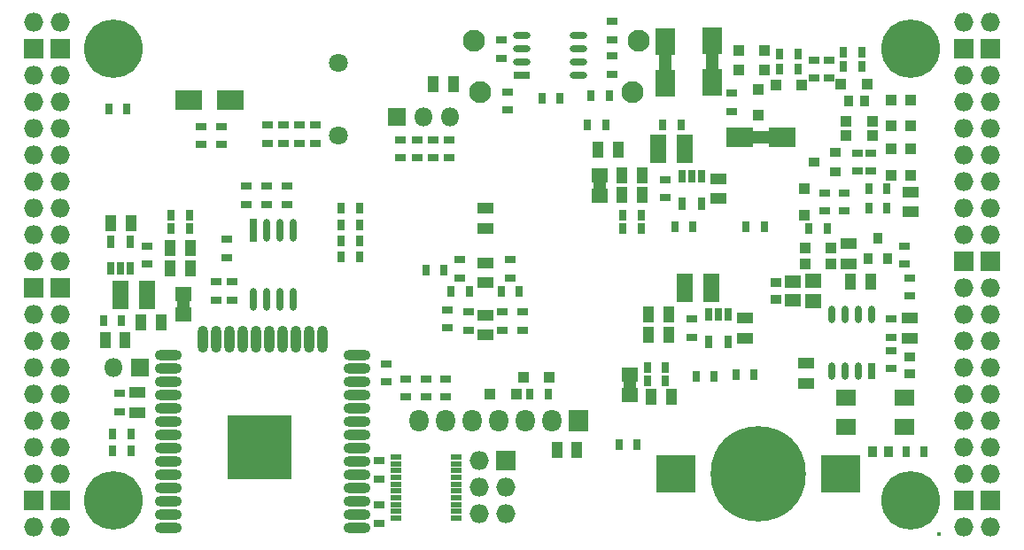
<source format=gbs>
G04 #@! TF.GenerationSoftware,KiCad,Pcbnew,5.0.0-rc3+dfsg1-2*
G04 #@! TF.CreationDate,2018-07-18T14:57:21+02:00*
G04 #@! TF.ProjectId,ulx3s,756C7833732E6B696361645F70636200,rev?*
G04 #@! TF.SameCoordinates,Original*
G04 #@! TF.FileFunction,Soldermask,Bot*
G04 #@! TF.FilePolarity,Negative*
%FSLAX46Y46*%
G04 Gerber Fmt 4.6, Leading zero omitted, Abs format (unit mm)*
G04 Created by KiCad (PCBNEW 5.0.0-rc3+dfsg1-2) date Wed Jul 18 14:57:21 2018*
%MOMM*%
%LPD*%
G01*
G04 APERTURE LIST*
%ADD10C,1.200000*%
%ADD11C,2.100000*%
%ADD12O,2.600000X1.000000*%
%ADD13O,1.000000X2.600000*%
%ADD14R,6.100000X6.100000*%
%ADD15R,0.770000X1.100000*%
%ADD16R,1.500000X1.395000*%
%ADD17R,2.600000X1.900000*%
%ADD18R,1.900000X2.600000*%
%ADD19R,3.800000X3.600000*%
%ADD20C,9.100000*%
%ADD21R,1.650000X0.700000*%
%ADD22O,1.650000X0.700000*%
%ADD23R,0.700000X2.200000*%
%ADD24O,0.700000X2.200000*%
%ADD25R,0.700000X1.650000*%
%ADD26O,0.700000X1.650000*%
%ADD27R,1.100000X0.500000*%
%ADD28R,0.800000X1.300000*%
%ADD29O,1.827200X1.827200*%
%ADD30R,1.827200X1.827200*%
%ADD31C,5.600000*%
%ADD32R,1.827200X2.132000*%
%ADD33O,1.827200X2.132000*%
%ADD34C,1.800000*%
%ADD35R,1.900000X1.500000*%
%ADD36R,1.070000X1.600000*%
%ADD37R,1.600000X1.070000*%
%ADD38R,1.100000X0.770000*%
%ADD39R,1.100000X1.100000*%
%ADD40C,0.400000*%
%ADD41R,1.800000X1.800000*%
%ADD42O,1.800000X1.800000*%
%ADD43R,1.600000X2.800000*%
%ADD44R,0.900000X1.000000*%
%ADD45R,1.000000X0.900000*%
%ADD46R,0.920000X1.100000*%
%ADD47R,1.100000X0.920000*%
%ADD48R,1.500000X1.220000*%
G04 APERTURE END LIST*
D10*
G04 #@! TO.C,RP3*
X149472000Y-77311000D02*
X149472000Y-79311000D01*
G04 #@! TO.C,RP2*
X109609000Y-88632000D02*
X109609000Y-90632000D01*
G04 #@! TO.C,RP1*
X152281000Y-96361000D02*
X152281000Y-98361000D01*
G04 #@! TO.C,RD9*
X166854000Y-73630000D02*
X162854000Y-73630000D01*
G04 #@! TO.C,RD52*
X160155000Y-64391000D02*
X160155000Y-68391000D01*
G04 #@! TO.C,RD51*
X155710000Y-68518000D02*
X155710000Y-64518000D01*
G04 #@! TD*
D11*
G04 #@! TO.C,GPDI1*
X152546000Y-69312000D03*
X138046000Y-69312000D03*
X153146000Y-64412000D03*
X137446000Y-64412000D03*
G04 #@! TD*
D12*
G04 #@! TO.C,U9*
X126230000Y-111000000D03*
X126230000Y-109730000D03*
X126230000Y-108460000D03*
X126230000Y-107190000D03*
X126230000Y-105920000D03*
X126230000Y-104650000D03*
X126230000Y-103380000D03*
X126230000Y-102110000D03*
X126230000Y-100840000D03*
X126230000Y-99570000D03*
X126230000Y-98300000D03*
X126230000Y-97030000D03*
X126230000Y-95760000D03*
X126230000Y-94490000D03*
D13*
X122945000Y-93000000D03*
X121675000Y-93000000D03*
X120405000Y-93000000D03*
X119135000Y-93000000D03*
X117865000Y-93000000D03*
X116595000Y-93000000D03*
X115325000Y-93000000D03*
X114055000Y-93000000D03*
X112785000Y-93000000D03*
X111515000Y-93000000D03*
D12*
X108230000Y-94490000D03*
X108230000Y-95760000D03*
X108230000Y-97030000D03*
X108230000Y-98300000D03*
X108230000Y-99570000D03*
X108230000Y-100840000D03*
X108230000Y-102110000D03*
X108230000Y-103380000D03*
X108230000Y-104650000D03*
X108230000Y-105920000D03*
X108230000Y-107190000D03*
X108230000Y-108460000D03*
X108230000Y-109730000D03*
X108230000Y-111000000D03*
D14*
X116930000Y-103300000D03*
G04 #@! TD*
D15*
G04 #@! TO.C,C49*
X103738000Y-91156000D03*
X101988000Y-91156000D03*
G04 #@! TD*
D16*
G04 #@! TO.C,RP3*
X149472000Y-79278500D03*
X149472000Y-77343500D03*
G04 #@! TD*
G04 #@! TO.C,RP2*
X109609000Y-90599500D03*
X109609000Y-88664500D03*
G04 #@! TD*
G04 #@! TO.C,RP1*
X152281000Y-98328500D03*
X152281000Y-96393500D03*
G04 #@! TD*
D17*
G04 #@! TO.C,RD9*
X162854000Y-73630000D03*
X166854000Y-73630000D03*
G04 #@! TD*
D18*
G04 #@! TO.C,RD52*
X160155000Y-68391000D03*
X160155000Y-64391000D03*
G04 #@! TD*
G04 #@! TO.C,RD51*
X155710000Y-64518000D03*
X155710000Y-68518000D03*
G04 #@! TD*
D19*
G04 #@! TO.C,BAT1*
X172485000Y-105870000D03*
X156685000Y-105870000D03*
D20*
X164585000Y-105870000D03*
G04 #@! TD*
D21*
G04 #@! TO.C,U11*
X141980000Y-67706500D03*
D22*
X141980000Y-66436500D03*
X141980000Y-65166500D03*
X141980000Y-63896500D03*
X147380000Y-63896500D03*
X147380000Y-65166500D03*
X147380000Y-66436500D03*
X147380000Y-67706500D03*
G04 #@! TD*
D23*
G04 #@! TO.C,U10*
X116340000Y-82520000D03*
D24*
X117610000Y-82520000D03*
X118880000Y-82520000D03*
X120150000Y-82520000D03*
X120150000Y-89124000D03*
X118880000Y-89124000D03*
X117610000Y-89124000D03*
X116340000Y-89124000D03*
G04 #@! TD*
D25*
G04 #@! TO.C,U7*
X175395000Y-96015000D03*
D26*
X174125000Y-96015000D03*
X172855000Y-96015000D03*
X171585000Y-96015000D03*
X171585000Y-90615000D03*
X172855000Y-90615000D03*
X174125000Y-90615000D03*
X175395000Y-90615000D03*
G04 #@! TD*
D27*
G04 #@! TO.C,U6*
X129935000Y-104215000D03*
X129935000Y-104865000D03*
X129935000Y-105515000D03*
X129935000Y-106165000D03*
X129935000Y-106815000D03*
X129935000Y-107465000D03*
X129935000Y-108115000D03*
X129935000Y-108765000D03*
X129935000Y-109415000D03*
X129935000Y-110065000D03*
X135735000Y-110065000D03*
X135735000Y-109415000D03*
X135735000Y-108765000D03*
X135735000Y-108115000D03*
X135735000Y-107465000D03*
X135735000Y-106815000D03*
X135735000Y-106165000D03*
X135735000Y-105515000D03*
X135735000Y-104865000D03*
X135735000Y-104215000D03*
G04 #@! TD*
D28*
G04 #@! TO.C,U5*
X157285000Y-77392000D03*
X158235000Y-77392000D03*
X159185000Y-77392000D03*
X159185000Y-79992000D03*
X157285000Y-79992000D03*
G04 #@! TD*
G04 #@! TO.C,U3*
X159825000Y-90600000D03*
X160775000Y-90600000D03*
X161725000Y-90600000D03*
X161725000Y-93200000D03*
X159825000Y-93200000D03*
G04 #@! TD*
G04 #@! TO.C,U4*
X104575000Y-86215000D03*
X103625000Y-86215000D03*
X102675000Y-86215000D03*
X102675000Y-83615000D03*
X104575000Y-83615000D03*
G04 #@! TD*
D29*
G04 #@! TO.C,J1*
X97910000Y-62690000D03*
X95370000Y-62690000D03*
D30*
X97910000Y-65230000D03*
X95370000Y-65230000D03*
D29*
X97910000Y-67770000D03*
X95370000Y-67770000D03*
X97910000Y-70310000D03*
X95370000Y-70310000D03*
X97910000Y-72850000D03*
X95370000Y-72850000D03*
X97910000Y-75390000D03*
X95370000Y-75390000D03*
X97910000Y-77930000D03*
X95370000Y-77930000D03*
X97910000Y-80470000D03*
X95370000Y-80470000D03*
X97910000Y-83010000D03*
X95370000Y-83010000D03*
X97910000Y-85550000D03*
X95370000Y-85550000D03*
D30*
X97910000Y-88090000D03*
X95370000Y-88090000D03*
D29*
X97910000Y-90630000D03*
X95370000Y-90630000D03*
X97910000Y-93170000D03*
X95370000Y-93170000D03*
X97910000Y-95710000D03*
X95370000Y-95710000D03*
X97910000Y-98250000D03*
X95370000Y-98250000D03*
X97910000Y-100790000D03*
X95370000Y-100790000D03*
X97910000Y-103330000D03*
X95370000Y-103330000D03*
X97910000Y-105870000D03*
X95370000Y-105870000D03*
D30*
X97910000Y-108410000D03*
X95370000Y-108410000D03*
D29*
X97910000Y-110950000D03*
X95370000Y-110950000D03*
G04 #@! TD*
G04 #@! TO.C,J2*
X184270000Y-110950000D03*
X186810000Y-110950000D03*
D30*
X184270000Y-108410000D03*
X186810000Y-108410000D03*
D29*
X184270000Y-105870000D03*
X186810000Y-105870000D03*
X184270000Y-103330000D03*
X186810000Y-103330000D03*
X184270000Y-100790000D03*
X186810000Y-100790000D03*
X184270000Y-98250000D03*
X186810000Y-98250000D03*
X184270000Y-95710000D03*
X186810000Y-95710000D03*
X184270000Y-93170000D03*
X186810000Y-93170000D03*
X184270000Y-90630000D03*
X186810000Y-90630000D03*
X184270000Y-88090000D03*
X186810000Y-88090000D03*
D30*
X184270000Y-85550000D03*
X186810000Y-85550000D03*
D29*
X184270000Y-83010000D03*
X186810000Y-83010000D03*
X184270000Y-80470000D03*
X186810000Y-80470000D03*
X184270000Y-77930000D03*
X186810000Y-77930000D03*
X184270000Y-75390000D03*
X186810000Y-75390000D03*
X184270000Y-72850000D03*
X186810000Y-72850000D03*
X184270000Y-70310000D03*
X186810000Y-70310000D03*
X184270000Y-67770000D03*
X186810000Y-67770000D03*
D30*
X184270000Y-65230000D03*
X186810000Y-65230000D03*
D29*
X184270000Y-62690000D03*
X186810000Y-62690000D03*
G04 #@! TD*
D31*
G04 #@! TO.C,H1*
X102990000Y-108410000D03*
G04 #@! TD*
G04 #@! TO.C,H2*
X179190000Y-108410000D03*
G04 #@! TD*
G04 #@! TO.C,H3*
X179190000Y-65230000D03*
G04 #@! TD*
G04 #@! TO.C,H4*
X102990000Y-65230000D03*
G04 #@! TD*
D30*
G04 #@! TO.C,J4*
X140455000Y-104600000D03*
D29*
X137915000Y-104600000D03*
X140455000Y-107140000D03*
X137915000Y-107140000D03*
X140455000Y-109680000D03*
X137915000Y-109680000D03*
G04 #@! TD*
D32*
G04 #@! TO.C,OLED1*
X147440000Y-100790000D03*
D33*
X144900000Y-100790000D03*
X142360000Y-100790000D03*
X139820000Y-100790000D03*
X137280000Y-100790000D03*
X134740000Y-100790000D03*
X132200000Y-100790000D03*
G04 #@! TD*
D34*
G04 #@! TO.C,AUDIO1*
X124468000Y-66518000D03*
X124468000Y-73518000D03*
G04 #@! TD*
D35*
G04 #@! TO.C,Y2*
X178576000Y-98522000D03*
X172976000Y-98522000D03*
X172976000Y-101322000D03*
X178576000Y-101322000D03*
G04 #@! TD*
D36*
G04 #@! TO.C,C47*
X133546000Y-68550000D03*
X135456000Y-68550000D03*
G04 #@! TD*
G04 #@! TO.C,C1*
X102748500Y-81885000D03*
X104658500Y-81885000D03*
G04 #@! TD*
D15*
G04 #@! TO.C,C2*
X153985000Y-96910000D03*
X155735000Y-96910000D03*
G04 #@! TD*
D36*
G04 #@! TO.C,C3*
X156015000Y-90630000D03*
X154105000Y-90630000D03*
G04 #@! TD*
G04 #@! TO.C,C4*
X154105000Y-92535000D03*
X156015000Y-92535000D03*
G04 #@! TD*
D37*
G04 #@! TO.C,C5*
X163315000Y-90945000D03*
X163315000Y-92855000D03*
G04 #@! TD*
D15*
G04 #@! TO.C,C6*
X151645000Y-82375000D03*
X153395000Y-82375000D03*
G04 #@! TD*
D36*
G04 #@! TO.C,C7*
X153475000Y-79200000D03*
X151565000Y-79200000D03*
G04 #@! TD*
G04 #@! TO.C,C8*
X153475000Y-77295000D03*
X151565000Y-77295000D03*
G04 #@! TD*
D37*
G04 #@! TO.C,C9*
X160775000Y-79520000D03*
X160775000Y-77610000D03*
G04 #@! TD*
D15*
G04 #@! TO.C,C10*
X108465000Y-81105000D03*
X110215000Y-81105000D03*
G04 #@! TD*
D36*
G04 #@! TO.C,C11*
X108385000Y-84280000D03*
X110295000Y-84280000D03*
G04 #@! TD*
G04 #@! TO.C,C12*
X110295000Y-86185000D03*
X108385000Y-86185000D03*
G04 #@! TD*
D37*
G04 #@! TO.C,C13*
X173221000Y-83833000D03*
X173221000Y-85743000D03*
G04 #@! TD*
D38*
G04 #@! TO.C,C14*
X175380000Y-76900000D03*
X175380000Y-75150000D03*
G04 #@! TD*
D37*
G04 #@! TO.C,C15*
X105276000Y-99967000D03*
X105276000Y-98057000D03*
G04 #@! TD*
D36*
G04 #@! TO.C,C16*
X173424000Y-87473000D03*
X175334000Y-87473000D03*
G04 #@! TD*
D37*
G04 #@! TO.C,C17*
X138500000Y-90665000D03*
X138500000Y-92575000D03*
G04 #@! TD*
D38*
G04 #@! TO.C,C18*
X150589600Y-64359000D03*
X150589600Y-62609000D03*
G04 #@! TD*
D37*
G04 #@! TO.C,C19*
X138500000Y-82375000D03*
X138500000Y-80465000D03*
G04 #@! TD*
G04 #@! TO.C,C20*
X138500000Y-87575000D03*
X138500000Y-85665000D03*
G04 #@! TD*
D36*
G04 #@! TO.C,C21*
X104072000Y-93061000D03*
X102162000Y-93061000D03*
G04 #@! TD*
G04 #@! TO.C,C22*
X154359000Y-98504000D03*
X156269000Y-98504000D03*
G04 #@! TD*
G04 #@! TO.C,C23*
X105591000Y-91392000D03*
X107501000Y-91392000D03*
G04 #@! TD*
G04 #@! TO.C,C24*
X151189000Y-74882000D03*
X149279000Y-74882000D03*
G04 #@! TD*
D38*
G04 #@! TO.C,C25*
X140900000Y-87095000D03*
X140900000Y-85345000D03*
G04 #@! TD*
G04 #@! TO.C,C26*
X136100000Y-87095000D03*
X136100000Y-85345000D03*
G04 #@! TD*
G04 #@! TO.C,C27*
X136900000Y-92095000D03*
X136900000Y-90345000D03*
G04 #@! TD*
G04 #@! TO.C,C28*
X140100000Y-90345000D03*
X140100000Y-92095000D03*
G04 #@! TD*
G04 #@! TO.C,C29*
X142100000Y-92095000D03*
X142100000Y-90345000D03*
G04 #@! TD*
G04 #@! TO.C,C30*
X134900000Y-90145000D03*
X134900000Y-91895000D03*
G04 #@! TD*
D15*
G04 #@! TO.C,C31*
X135225000Y-88420000D03*
X136975000Y-88420000D03*
G04 #@! TD*
G04 #@! TO.C,C32*
X140025000Y-88420000D03*
X141775000Y-88420000D03*
G04 #@! TD*
G04 #@! TO.C,C33*
X163425000Y-82220000D03*
X165175000Y-82220000D03*
G04 #@! TD*
G04 #@! TO.C,C34*
X158375000Y-82220000D03*
X156625000Y-82220000D03*
G04 #@! TD*
D38*
G04 #@! TO.C,C35*
X177300000Y-94025000D03*
X177300000Y-95775000D03*
G04 #@! TD*
D36*
G04 #@! TO.C,C46*
X145342000Y-103584000D03*
X147252000Y-103584000D03*
G04 #@! TD*
D15*
G04 #@! TO.C,C48*
X104246000Y-70963000D03*
X102496000Y-70963000D03*
G04 #@! TD*
D38*
G04 #@! TO.C,C50*
X179063000Y-88856000D03*
X179063000Y-87106000D03*
G04 #@! TD*
D15*
G04 #@! TO.C,C51*
X180473000Y-103711000D03*
X178723000Y-103711000D03*
G04 #@! TD*
G04 #@! TO.C,C52*
X158645000Y-96490000D03*
X160395000Y-96490000D03*
G04 #@! TD*
G04 #@! TO.C,C53*
X132827200Y-86330000D03*
X134577200Y-86330000D03*
G04 #@! TD*
D37*
G04 #@! TO.C,C54*
X169172000Y-95281000D03*
X169172000Y-97191000D03*
G04 #@! TD*
G04 #@! TO.C,D11*
X179190000Y-80790000D03*
X179190000Y-78880000D03*
G04 #@! TD*
D39*
G04 #@! TO.C,D10*
X169050000Y-84280000D03*
X171550000Y-84280000D03*
G04 #@! TD*
G04 #@! TO.C,D12*
X169030000Y-78585000D03*
X169030000Y-81085000D03*
G04 #@! TD*
G04 #@! TO.C,D13*
X171550000Y-85804000D03*
X169050000Y-85804000D03*
G04 #@! TD*
G04 #@! TO.C,D14*
X179190000Y-74775000D03*
X179190000Y-77275000D03*
G04 #@! TD*
G04 #@! TO.C,D15*
X177285000Y-77275000D03*
X177285000Y-74775000D03*
G04 #@! TD*
G04 #@! TO.C,D16*
X172987000Y-73503000D03*
X175487000Y-73503000D03*
G04 #@! TD*
G04 #@! TO.C,D17*
X164585000Y-69060000D03*
X164585000Y-71560000D03*
G04 #@! TD*
G04 #@! TO.C,D20*
X168756000Y-68659000D03*
X166256000Y-68659000D03*
G04 #@! TD*
G04 #@! TO.C,D21*
X174979000Y-68550000D03*
X172479000Y-68550000D03*
G04 #@! TD*
G04 #@! TO.C,D23*
X165200000Y-67262000D03*
X162700000Y-67262000D03*
G04 #@! TD*
G04 #@! TO.C,D24*
X162700000Y-65357000D03*
X165200000Y-65357000D03*
G04 #@! TD*
G04 #@! TO.C,D25*
X177285000Y-72594000D03*
X177285000Y-70094000D03*
G04 #@! TD*
G04 #@! TO.C,D26*
X179190000Y-70094000D03*
X179190000Y-72594000D03*
G04 #@! TD*
D40*
G04 #@! TO.C,AE1*
X181872000Y-111603000D03*
G04 #@! TD*
D38*
G04 #@! TO.C,R49*
X113277000Y-74360000D03*
X113277000Y-72610000D03*
G04 #@! TD*
G04 #@! TO.C,R50*
X111372000Y-72610000D03*
X111372000Y-74360000D03*
G04 #@! TD*
D15*
G04 #@! TO.C,R51*
X155455000Y-72487000D03*
X157205000Y-72487000D03*
G04 #@! TD*
D38*
G04 #@! TO.C,R52*
X171331000Y-66278000D03*
X171331000Y-68028000D03*
G04 #@! TD*
G04 #@! TO.C,R53*
X169919000Y-68028000D03*
X169919000Y-66278000D03*
G04 #@! TD*
D15*
G04 #@! TO.C,R54*
X174477000Y-65502000D03*
X172727000Y-65502000D03*
G04 #@! TD*
D38*
G04 #@! TO.C,R56*
X128390000Y-106321000D03*
X128390000Y-104571000D03*
G04 #@! TD*
G04 #@! TO.C,R57*
X117722000Y-72483000D03*
X117722000Y-74233000D03*
G04 #@! TD*
G04 #@! TO.C,R58*
X119246000Y-74233000D03*
X119246000Y-72483000D03*
G04 #@! TD*
G04 #@! TO.C,R59*
X120770000Y-72483000D03*
X120770000Y-74233000D03*
G04 #@! TD*
G04 #@! TO.C,R60*
X122294000Y-74233000D03*
X122294000Y-72483000D03*
G04 #@! TD*
D15*
G04 #@! TO.C,R61*
X145655000Y-69900000D03*
X143905000Y-69900000D03*
G04 #@! TD*
D41*
G04 #@! TO.C,J3*
X105530000Y-95710000D03*
D42*
X102990000Y-95710000D03*
G04 #@! TD*
D41*
G04 #@! TO.C,J5*
X130056000Y-71725000D03*
D42*
X132596000Y-71725000D03*
X135136000Y-71725000D03*
G04 #@! TD*
D15*
G04 #@! TO.C,R40*
X166631000Y-65738000D03*
X168381000Y-65738000D03*
G04 #@! TD*
D38*
G04 #@! TO.C,R55*
X134740000Y-96740000D03*
X134740000Y-98490000D03*
G04 #@! TD*
D37*
G04 #@! TO.C,C55*
X179078000Y-90963000D03*
X179078000Y-92873000D03*
G04 #@! TD*
D38*
G04 #@! TO.C,R65*
X177300000Y-92793000D03*
X177300000Y-91043000D03*
G04 #@! TD*
D43*
G04 #@! TO.C,L1*
X160140000Y-88090000D03*
X157600000Y-88090000D03*
G04 #@! TD*
G04 #@! TO.C,L2*
X103625000Y-88725000D03*
X106165000Y-88725000D03*
G04 #@! TD*
G04 #@! TO.C,L3*
X155060000Y-74755000D03*
X157600000Y-74755000D03*
G04 #@! TD*
D15*
G04 #@! TO.C,R1*
X171175000Y-82375000D03*
X169425000Y-82375000D03*
G04 #@! TD*
D38*
G04 #@! TO.C,R2*
X172840000Y-78960000D03*
X172840000Y-80710000D03*
G04 #@! TD*
G04 #@! TO.C,R3*
X162045000Y-71185000D03*
X162045000Y-69435000D03*
G04 #@! TD*
D15*
G04 #@! TO.C,R4*
X176890000Y-80470000D03*
X175140000Y-80470000D03*
G04 #@! TD*
D38*
G04 #@! TO.C,R5*
X174110000Y-75150000D03*
X174110000Y-76900000D03*
G04 #@! TD*
G04 #@! TO.C,R6*
X178555000Y-85790000D03*
X178555000Y-84040000D03*
G04 #@! TD*
G04 #@! TO.C,R7*
X113785000Y-85155000D03*
X113785000Y-83405000D03*
G04 #@! TD*
G04 #@! TO.C,R8*
X170935000Y-80710000D03*
X170935000Y-78960000D03*
G04 #@! TD*
G04 #@! TO.C,R9*
X128390000Y-110555000D03*
X128390000Y-108805000D03*
G04 #@! TD*
D15*
G04 #@! TO.C,R10*
X151264000Y-103076000D03*
X153014000Y-103076000D03*
G04 #@! TD*
D38*
G04 #@! TO.C,R11*
X119515000Y-80093000D03*
X119515000Y-78343000D03*
G04 #@! TD*
G04 #@! TO.C,R12*
X114308000Y-89219000D03*
X114308000Y-87469000D03*
G04 #@! TD*
D15*
G04 #@! TO.C,R13*
X175140000Y-78565000D03*
X176890000Y-78565000D03*
G04 #@! TD*
G04 #@! TO.C,R14*
X124721000Y-85060000D03*
X126471000Y-85060000D03*
G04 #@! TD*
G04 #@! TO.C,R15*
X126471000Y-83536000D03*
X124721000Y-83536000D03*
G04 #@! TD*
G04 #@! TO.C,R16*
X124721000Y-82012000D03*
X126471000Y-82012000D03*
G04 #@! TD*
G04 #@! TO.C,R17*
X126471000Y-80470000D03*
X124721000Y-80470000D03*
G04 #@! TD*
D38*
G04 #@! TO.C,R18*
X130422000Y-73898000D03*
X130422000Y-75648000D03*
G04 #@! TD*
G04 #@! TO.C,R19*
X131961000Y-73898000D03*
X131961000Y-75648000D03*
G04 #@! TD*
G04 #@! TO.C,R20*
X133485000Y-73898000D03*
X133485000Y-75648000D03*
G04 #@! TD*
G04 #@! TO.C,R21*
X135009000Y-75648000D03*
X135009000Y-73898000D03*
G04 #@! TD*
G04 #@! TO.C,R22*
X140025500Y-66105000D03*
X140025500Y-64355000D03*
G04 #@! TD*
G04 #@! TO.C,R23*
X140597000Y-71076000D03*
X140597000Y-69326000D03*
G04 #@! TD*
G04 #@! TO.C,R24*
X150615000Y-67647000D03*
X150615000Y-65897000D03*
G04 #@! TD*
D15*
G04 #@! TO.C,R25*
X148300000Y-72487000D03*
X150050000Y-72487000D03*
G04 #@! TD*
G04 #@! TO.C,R26*
X150362000Y-69693000D03*
X148612000Y-69693000D03*
G04 #@! TD*
D38*
G04 #@! TO.C,R27*
X129025000Y-95300000D03*
X129025000Y-97050000D03*
G04 #@! TD*
G04 #@! TO.C,R28*
X117595000Y-78343000D03*
X117595000Y-80093000D03*
G04 #@! TD*
G04 #@! TO.C,R29*
X112784000Y-89219000D03*
X112784000Y-87469000D03*
G04 #@! TD*
G04 #@! TO.C,R30*
X115690000Y-78343000D03*
X115690000Y-80093000D03*
G04 #@! TD*
D15*
G04 #@! TO.C,R31*
X142755000Y-98250000D03*
X144505000Y-98250000D03*
G04 #@! TD*
D38*
G04 #@! TO.C,R32*
X132835000Y-98490000D03*
X132835000Y-96740000D03*
G04 #@! TD*
G04 #@! TO.C,R33*
X130930000Y-96740000D03*
X130930000Y-98490000D03*
G04 #@! TD*
D15*
G04 #@! TO.C,R34*
X102877000Y-103600000D03*
X104627000Y-103600000D03*
G04 #@! TD*
G04 #@! TO.C,R35*
X102877000Y-102060000D03*
X104627000Y-102060000D03*
G04 #@! TD*
D38*
G04 #@! TO.C,R38*
X103576500Y-99905000D03*
X103576500Y-98155000D03*
G04 #@! TD*
D15*
G04 #@! TO.C,R39*
X164190000Y-96345000D03*
X162440000Y-96345000D03*
G04 #@! TD*
G04 #@! TO.C,R63*
X168381000Y-67135000D03*
X166631000Y-67135000D03*
G04 #@! TD*
G04 #@! TO.C,R64*
X174475000Y-66899000D03*
X172725000Y-66899000D03*
G04 #@! TD*
G04 #@! TO.C,RA1*
X153985000Y-95640000D03*
X155735000Y-95640000D03*
G04 #@! TD*
G04 #@! TO.C,RA2*
X110215000Y-82375000D03*
X108465000Y-82375000D03*
G04 #@! TD*
G04 #@! TO.C,RA3*
X151645000Y-81105000D03*
X153395000Y-81105000D03*
G04 #@! TD*
D38*
G04 #@! TO.C,RB1*
X158235000Y-92775000D03*
X158235000Y-91025000D03*
G04 #@! TD*
G04 #@! TO.C,RB2*
X106165000Y-85790000D03*
X106165000Y-84040000D03*
G04 #@! TD*
G04 #@! TO.C,RB3*
X155695000Y-79440000D03*
X155695000Y-77690000D03*
G04 #@! TD*
D17*
G04 #@! TO.C,D8*
X110149000Y-70074000D03*
X114149000Y-70074000D03*
G04 #@! TD*
D44*
G04 #@! TO.C,Q1*
X176015000Y-83280000D03*
X175065000Y-85280000D03*
X176965000Y-85280000D03*
G04 #@! TD*
D45*
G04 #@! TO.C,Q2*
X171935000Y-75075000D03*
X171935000Y-76975000D03*
X169935000Y-76025000D03*
G04 #@! TD*
D39*
G04 #@! TO.C,D27*
X175502000Y-72106000D03*
X173002000Y-72106000D03*
G04 #@! TD*
D46*
G04 #@! TO.C,R66*
X173198000Y-70201000D03*
X174798000Y-70201000D03*
G04 #@! TD*
D47*
G04 #@! TO.C,C56*
X179078000Y-96274000D03*
X179078000Y-94674000D03*
G04 #@! TD*
D46*
G04 #@! TO.C,C57*
X177084000Y-103711000D03*
X175484000Y-103711000D03*
G04 #@! TD*
D48*
G04 #@! TO.C,C58*
X167902000Y-89242000D03*
X167902000Y-87482000D03*
G04 #@! TD*
D47*
G04 #@! TO.C,C59*
X166251000Y-89162000D03*
X166251000Y-87562000D03*
G04 #@! TD*
D16*
G04 #@! TO.C,L4*
X169807000Y-87394500D03*
X169807000Y-89329500D03*
G04 #@! TD*
D39*
G04 #@! TO.C,D28*
X144626000Y-96599000D03*
X142126000Y-96599000D03*
G04 #@! TD*
G04 #@! TO.C,D29*
X138951000Y-98250000D03*
X141451000Y-98250000D03*
G04 #@! TD*
M02*

</source>
